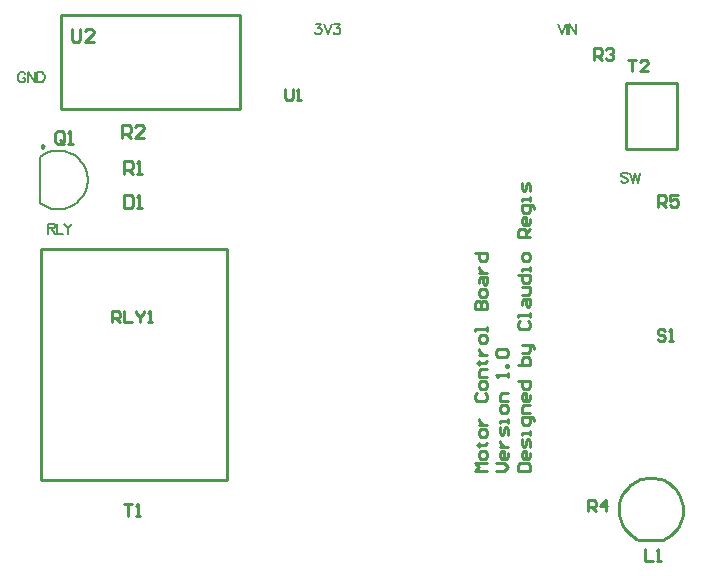
<source format=gto>
%FSTAX23Y23*%
%MOIN*%
%SFA1B1*%

%IPPOS*%
%ADD10C,0.007870*%
%ADD11C,0.009840*%
%ADD12C,0.010000*%
%ADD13C,0.008000*%
%LNboard-1*%
%LPD*%
G54D10*
X00105Y01357D02*
X00114Y01351D01*
X00123Y01346*
X00132Y01342*
X00142Y01339*
X00152Y01338*
X00162Y01337*
X00172Y01337*
X00182Y01338*
X00192Y01341*
X00201Y01344*
X0021Y01348*
X00219Y01353*
X00227Y01359*
X00234Y01366*
X00241Y01374*
X00247Y01382*
X00252Y01391*
X00256Y014*
X00259Y0141*
X00261Y01419*
X00262Y01429*
Y0144*
X00261Y0145*
X00259Y01459*
X00256Y01469*
X00252Y01478*
X00247Y01487*
X00241Y01495*
X00234Y01503*
X00227Y0151*
X00219Y01516*
X0021Y01521*
X00201Y01525*
X00192Y01528*
X00182Y01531*
X00172Y01532*
X00162Y01532*
X00152Y01531*
X00142Y0153*
X00132Y01527*
X00123Y01523*
X00114Y01518*
X00105Y01512*
Y01357D02*
Y01512D01*
G54D11*
X00116Y01546D02*
X00109Y0155D01*
Y01542*
X00116Y01546*
G54D12*
X02181Y00235D02*
X0219Y0024D01*
X02198Y00245*
X02207Y00251*
X02214Y00257*
X02221Y00265*
X02227Y00272*
X02233Y00281*
X02237Y0029*
X02241Y00299*
X02244Y00309*
X02246Y00319*
X02247Y00329*
X02247Y00339*
X02246Y00349*
X02244Y00358*
X02241Y00368*
X02238Y00377*
X02233Y00386*
X02228Y00395*
X02222Y00403*
X02215Y0041*
X02208Y00417*
X022Y00423*
X02192Y00428*
X02183Y00433*
X02173Y00436*
X02164Y00439*
X02154Y00441*
X02144Y00442*
X02134Y00442*
X02124Y00441*
X02114Y00439*
X02104Y00436*
X02095Y00432*
X02086Y00428*
X02078Y00422*
X0207Y00416*
X02062Y00409*
X02056Y00402*
X0205Y00394*
X02045Y00385*
X0204Y00376*
X02037Y00367*
X02035Y00357*
X02033Y00347*
X02032Y00337*
X02032Y00327*
X02034Y00317*
X02036Y00307*
X02039Y00298*
X02043Y00288*
X02047Y0028*
X02053Y00271*
X02059Y00263*
X02066Y00256*
X02074Y0025*
X02082Y00244*
X02091Y00239*
X021Y00235*
X021Y00235D02*
X0218D01*
X00106Y01203D02*
X0046D01*
X00726*
Y00433D02*
Y01203D01*
X00106Y00433D02*
X00726D01*
X00106D02*
Y01203D01*
X02058Y01759D02*
X02227D01*
Y01539D02*
Y01759D01*
X02058Y01539D02*
X02227D01*
X02058D02*
Y01759D01*
X0077Y0167D02*
Y01985D01*
X00175D02*
X0077D01*
X00175Y0167D02*
Y01985D01*
Y0167D02*
X0077D01*
X01592Y00465D02*
X01552D01*
X01566Y00478*
X01552Y00491*
X01592*
Y00511D02*
Y00524D01*
X01586Y00531*
X01572*
X01566Y00524*
Y00511*
X01572Y00504*
X01586*
X01592Y00511*
X01559Y00551D02*
X01566D01*
Y00544*
Y00558*
Y00551*
X01586*
X01592Y00558*
Y00584D02*
Y00598D01*
X01586Y00604*
X01572*
X01566Y00598*
Y00584*
X01572Y00578*
X01586*
X01592Y00584*
X01566Y00618D02*
X01592D01*
X01579*
X01572Y00624*
X01566Y00631*
Y00638*
X01559Y00724D02*
X01552Y00718D01*
Y00704*
X01559Y00698*
X01586*
X01592Y00704*
Y00718*
X01586Y00724*
X01592Y00744D02*
Y00758D01*
X01586Y00764*
X01572*
X01566Y00758*
Y00744*
X01572Y00738*
X01586*
X01592Y00744*
Y00778D02*
X01566D01*
Y00798*
X01572Y00804*
X01592*
X01559Y00824D02*
X01566D01*
Y00818*
Y00831*
Y00824*
X01586*
X01592Y00831*
X01566Y00851D02*
X01592D01*
X01579*
X01572Y00858*
X01566Y00864*
Y00871*
X01592Y00898D02*
Y00911D01*
X01586Y00918*
X01572*
X01566Y00911*
Y00898*
X01572Y00891*
X01586*
X01592Y00898*
Y00931D02*
Y00944D01*
Y00938*
X01552*
Y00931*
Y01004D02*
X01592D01*
Y01024*
X01586Y01031*
X01579*
X01572Y01024*
Y01004*
Y01024*
X01566Y01031*
X01559*
X01552Y01024*
Y01004*
X01592Y01051D02*
Y01064D01*
X01586Y01071*
X01572*
X01566Y01064*
Y01051*
X01572Y01044*
X01586*
X01592Y01051*
X01566Y01091D02*
Y01104D01*
X01572Y01111*
X01592*
Y01091*
X01586Y01084*
X01579Y01091*
Y01111*
X01566Y01124D02*
X01592D01*
X01579*
X01572Y01131*
X01566Y01138*
Y01144*
X01552Y01191D02*
X01592D01*
Y01171*
X01586Y01164*
X01572*
X01566Y01171*
Y01191*
X01624Y00465D02*
X01651D01*
X01664Y00478*
X01651Y00491*
X01624*
X01664Y00524D02*
Y00511D01*
X01658Y00504*
X01644*
X01638Y00511*
Y00524*
X01644Y00531*
X01651*
Y00504*
X01638Y00544D02*
X01664D01*
X01651*
X01644Y00551*
X01638Y00558*
Y00564*
X01664Y00584D02*
Y00604D01*
X01658Y00611*
X01651Y00604*
Y00591*
X01644Y00584*
X01638Y00591*
Y00611*
X01664Y00624D02*
Y00638D01*
Y00631*
X01638*
Y00624*
X01664Y00664D02*
Y00678D01*
X01658Y00684*
X01644*
X01638Y00678*
Y00664*
X01644Y00658*
X01658*
X01664Y00664*
Y00698D02*
X01638D01*
Y00718*
X01644Y00724*
X01664*
Y00778D02*
Y00791D01*
Y00784*
X01624*
X01631Y00778*
X01664Y00811D02*
X01658D01*
Y00818*
X01664*
Y00811*
X01631Y00844D02*
X01624Y00851D01*
Y00864*
X01631Y00871*
X01658*
X01664Y00864*
Y00851*
X01658Y00844*
X01631*
X01696Y00465D02*
X01736D01*
Y00484*
X0173Y00491*
X01703*
X01696Y00484*
Y00465*
X01736Y00524D02*
Y00511D01*
X0173Y00504*
X01716*
X0171Y00511*
Y00524*
X01716Y00531*
X01723*
Y00504*
X01736Y00544D02*
Y00564D01*
X0173Y00571*
X01723Y00564*
Y00551*
X01716Y00544*
X0171Y00551*
Y00571*
X01736Y00584D02*
Y00598D01*
Y00591*
X0171*
Y00584*
X0175Y00631D02*
Y00638D01*
X01743Y00644*
X0171*
Y00624*
X01716Y00618*
X0173*
X01736Y00624*
Y00644*
Y00658D02*
X0171D01*
Y00678*
X01716Y00684*
X01736*
Y00718D02*
Y00704D01*
X0173Y00698*
X01716*
X0171Y00704*
Y00718*
X01716Y00724*
X01723*
Y00698*
X01696Y00764D02*
X01736D01*
Y00744*
X0173Y00738*
X01716*
X0171Y00744*
Y00764*
X01696Y00818D02*
X01736D01*
Y00838*
X0173Y00844*
X01723*
X01716*
X0171Y00838*
Y00818*
Y00858D02*
X0173D01*
X01736Y00864*
Y00884*
X01743*
X0175Y00878*
Y00871*
X01736Y00884D02*
X0171D01*
X01703Y00964D02*
X01696Y00958D01*
Y00944*
X01703Y00938*
X0173*
X01736Y00944*
Y00958*
X0173Y00964*
X01736Y00978D02*
Y00991D01*
Y00984*
X01696*
Y00978*
X0171Y01018D02*
Y01031D01*
X01716Y01038*
X01736*
Y01018*
X0173Y01011*
X01723Y01018*
Y01038*
X0171Y01051D02*
X0173D01*
X01736Y01058*
Y01078*
X0171*
X01696Y01118D02*
X01736D01*
Y01098*
X0173Y01091*
X01716*
X0171Y01098*
Y01118*
X01736Y01131D02*
Y01144D01*
Y01138*
X0171*
Y01131*
X01736Y01171D02*
Y01184D01*
X0173Y01191*
X01716*
X0171Y01184*
Y01171*
X01716Y01164*
X0173*
X01736Y01171*
Y01244D02*
X01696D01*
Y01264*
X01703Y01271*
X01716*
X01723Y01264*
Y01244*
Y01258D02*
X01736Y01271D01*
Y01304D02*
Y01291D01*
X0173Y01284*
X01716*
X0171Y01291*
Y01304*
X01716Y01311*
X01723*
Y01284*
X0175Y01338D02*
Y01344D01*
X01743Y01351*
X0171*
Y01331*
X01716Y01324*
X0173*
X01736Y01331*
Y01351*
Y01364D02*
Y01378D01*
Y01371*
X0171*
Y01364*
X01736Y01398D02*
Y01418D01*
X0173Y01424*
X01723Y01418*
Y01404*
X01716Y01398*
X0171Y01404*
Y01424*
X02188Y00931D02*
X02181Y00938D01*
X02168*
X02162Y00931*
Y00925*
X02168Y00918*
X02181*
X02188Y00912*
Y00905*
X02181Y00899*
X02168*
X02162Y00905*
X02201Y00899D02*
X02214D01*
X02208*
Y00938*
X02201Y00931*
X02165Y01345D02*
Y01384D01*
X02184*
X02191Y01377*
Y01364*
X02184Y01358*
X02165*
X02178D02*
X02191Y01345D01*
X0223Y01384D02*
X02204D01*
Y01364*
X02217Y01371*
X02224*
X0223Y01364*
Y01351*
X02224Y01345*
X0221*
X02204Y01351*
X02064Y01835D02*
X0209D01*
X02077*
Y01796*
X02129D02*
X02103D01*
X02129Y01822*
Y01828*
X02123Y01835*
X02109*
X02103Y01828*
X00385Y00354D02*
X00411D01*
X00398*
Y00315*
X00424D02*
X00437D01*
X0043*
Y00354*
X00424Y00347*
X0193Y0033D02*
Y00369D01*
X01949*
X01956Y00362*
Y00349*
X01949Y00343*
X0193*
X01943D02*
X01956Y0033D01*
X01989D02*
Y00369D01*
X01969Y00349*
X01995*
X0212Y00204D02*
Y00165D01*
X02146*
X02159D02*
X02172D01*
X02165*
Y00204*
X02159Y00197*
X0021Y01938D02*
Y01902D01*
X00217Y01895*
X00231*
X00238Y01902*
Y01938*
X00282Y01895D02*
X00253D01*
X00282Y01923*
Y01931*
X00274Y01938*
X0026*
X00253Y01931*
X0092Y01739D02*
Y01706D01*
X00926Y017*
X00939*
X00946Y01706*
Y01739*
X00959Y017D02*
X00972D01*
X00965*
Y01739*
X00959Y01732*
X00345Y0096D02*
Y00999D01*
X00364*
X00371Y00992*
Y00979*
X00364Y00973*
X00345*
X00358D02*
X00371Y0096D01*
X00384Y00999D02*
Y0096D01*
X0041*
X00423Y00999D02*
Y00992D01*
X00436Y00979*
X00449Y00992*
Y00999*
X00436Y00979D02*
Y0096D01*
X00463D02*
X00476D01*
X00469*
Y00999*
X00463Y00992*
X0195Y01835D02*
Y01874D01*
X01969*
X01976Y01867*
Y01854*
X01969Y01848*
X0195*
X01963D02*
X01976Y01835D01*
X01989Y01867D02*
X01995Y01874D01*
X02009*
X02015Y01867*
Y01861*
X02009Y01854*
X02002*
X02009*
X02015Y01848*
Y01841*
X02009Y01835*
X01995*
X01989Y01841*
X00377Y01575D02*
Y01618D01*
X00399*
X00406Y01611*
Y01596*
X00399Y01589*
X00377*
X00392D02*
X00406Y01575D01*
X00449D02*
X00421D01*
X00449Y01603*
Y01611*
X00442Y01618*
X00428*
X00421Y01611*
X00385Y01455D02*
Y01498D01*
X00406*
X00413Y01491*
Y01476*
X00406Y01469*
X00385*
X00399D02*
X00413Y01455D01*
X00428D02*
X00442D01*
X00435*
Y01498*
X00428Y01491*
X00183Y01562D02*
Y01591D01*
X00176Y01598*
X00162*
X00155Y01591*
Y01562*
X00162Y01555*
X00176*
X00169Y01569D02*
X00183Y01555D01*
X00176D02*
X00183Y01562D01*
X00198Y01555D02*
X00212D01*
X00205*
Y01598*
X00198Y01591*
X00385Y01383D02*
Y0134D01*
X00406*
X00413Y01347*
Y01376*
X00406Y01383*
X00385*
X00428Y0134D02*
X00442D01*
X00435*
Y01383*
X00428Y01376*
G54D13*
X0013Y01289D02*
Y01255D01*
Y01289D02*
X00145D01*
X0015Y01288*
X00151Y01286*
X00153Y01283*
Y01279*
X00151Y01276*
X0015Y01275*
X00145Y01273*
X0013*
X00141D02*
X00153Y01255D01*
X00161Y01289D02*
Y01255D01*
X00181*
X00184Y01289D02*
X00198Y01273D01*
Y01255*
X00211Y01289D02*
X00198Y01273D01*
X02063Y01454D02*
X0206Y01458D01*
X02055Y01459*
X02048*
X02043Y01458*
X0204Y01454*
Y01451*
X02041Y01448*
X02043Y01446*
X02046Y01445*
X02056Y01441*
X0206Y0144*
X02061Y01438*
X02063Y01435*
Y0143*
X0206Y01426*
X02055Y01425*
X02048*
X02043Y01426*
X0204Y0143*
X02071Y01459D02*
X02079Y01425D01*
X02087Y01459D02*
X02079Y01425D01*
X02087Y01459D02*
X02096Y01425D01*
X02104Y01459D02*
X02096Y01425D01*
X0183Y01954D02*
X01843Y0192D01*
X01856Y01954D02*
X01843Y0192D01*
X01861Y01954D02*
Y0192D01*
X01868Y01954D02*
Y0192D01*
Y01954D02*
X01891Y0192D01*
Y01954D02*
Y0192D01*
X00055Y01786D02*
X00053Y01789D01*
X0005Y01793*
X00046Y01794*
X0004*
X00036Y01793*
X00033Y01789*
X00031Y01786*
X0003Y01781*
Y01773*
X00031Y01768*
X00033Y01765*
X00036Y01761*
X0004Y0176*
X00046*
X0005Y01761*
X00053Y01765*
X00055Y01768*
Y01773*
X00046D02*
X00055D01*
X00062Y01794D02*
Y0176D01*
Y01794D02*
X00086Y0176D01*
Y01794D02*
Y0176D01*
X00095Y01794D02*
Y0176D01*
Y01794D02*
X00107D01*
X00112Y01793*
X00115Y01789*
X00117Y01786*
X00119Y01781*
Y01773*
X00117Y01768*
X00115Y01765*
X00112Y01761*
X00107Y0176*
X00095*
X01023Y01954D02*
X01041D01*
X01031Y01941*
X01036*
X0104Y0194*
X01041Y01938*
X01043Y01933*
Y0193*
X01041Y01925*
X01038Y01921*
X01033Y0192*
X01028*
X01023Y01921*
X01021Y01923*
X0102Y01926*
X01051Y01954D02*
X01064Y0192D01*
X01077Y01954D02*
X01064Y0192D01*
X01085Y01954D02*
X01103D01*
X01093Y01941*
X01098*
X01102Y0194*
X01103Y01938*
X01105Y01933*
Y0193*
X01103Y01925*
X011Y01921*
X01095Y0192*
X0109*
X01085Y01921*
X01083Y01923*
X01082Y01926*
M02*
</source>
